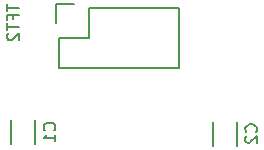
<source format=gbr>
G04 #@! TF.FileFunction,Legend,Bot*
%FSLAX46Y46*%
G04 Gerber Fmt 4.6, Leading zero omitted, Abs format (unit mm)*
G04 Created by KiCad (PCBNEW 4.0.2-stable) date 10.07.2016 15:03:55*
%MOMM*%
G01*
G04 APERTURE LIST*
%ADD10C,0.100000*%
%ADD11C,0.150000*%
G04 APERTURE END LIST*
D10*
D11*
X143328500Y-98822000D02*
X143328500Y-100822000D01*
X141278500Y-100822000D02*
X141278500Y-98822000D01*
X160410000Y-98949000D02*
X160410000Y-100949000D01*
X158360000Y-100949000D02*
X158360000Y-98949000D01*
X147891500Y-89281000D02*
X155511500Y-89281000D01*
X155511500Y-89281000D02*
X155511500Y-94361000D01*
X155511500Y-94361000D02*
X145351500Y-94361000D01*
X145351500Y-94361000D02*
X145351500Y-91821000D01*
X145071500Y-90551000D02*
X145071500Y-89001000D01*
X145351500Y-91821000D02*
X147891500Y-91821000D01*
X147891500Y-91821000D02*
X147891500Y-89281000D01*
X145071500Y-89001000D02*
X146621500Y-89001000D01*
X144960643Y-99655334D02*
X145008262Y-99607715D01*
X145055881Y-99464858D01*
X145055881Y-99369620D01*
X145008262Y-99226762D01*
X144913024Y-99131524D01*
X144817786Y-99083905D01*
X144627310Y-99036286D01*
X144484452Y-99036286D01*
X144293976Y-99083905D01*
X144198738Y-99131524D01*
X144103500Y-99226762D01*
X144055881Y-99369620D01*
X144055881Y-99464858D01*
X144103500Y-99607715D01*
X144151119Y-99655334D01*
X145055881Y-100607715D02*
X145055881Y-100036286D01*
X145055881Y-100322000D02*
X144055881Y-100322000D01*
X144198738Y-100226762D01*
X144293976Y-100131524D01*
X144341595Y-100036286D01*
X162042143Y-99782334D02*
X162089762Y-99734715D01*
X162137381Y-99591858D01*
X162137381Y-99496620D01*
X162089762Y-99353762D01*
X161994524Y-99258524D01*
X161899286Y-99210905D01*
X161708810Y-99163286D01*
X161565952Y-99163286D01*
X161375476Y-99210905D01*
X161280238Y-99258524D01*
X161185000Y-99353762D01*
X161137381Y-99496620D01*
X161137381Y-99591858D01*
X161185000Y-99734715D01*
X161232619Y-99782334D01*
X161232619Y-100163286D02*
X161185000Y-100210905D01*
X161137381Y-100306143D01*
X161137381Y-100544239D01*
X161185000Y-100639477D01*
X161232619Y-100687096D01*
X161327857Y-100734715D01*
X161423095Y-100734715D01*
X161565952Y-100687096D01*
X162137381Y-100115667D01*
X162137381Y-100734715D01*
X140973881Y-88979571D02*
X140973881Y-89551000D01*
X141973881Y-89265285D02*
X140973881Y-89265285D01*
X141450071Y-90217667D02*
X141450071Y-89884333D01*
X141973881Y-89884333D02*
X140973881Y-89884333D01*
X140973881Y-90360524D01*
X140973881Y-90598619D02*
X140973881Y-91170048D01*
X141973881Y-90884333D02*
X140973881Y-90884333D01*
X141069119Y-91455762D02*
X141021500Y-91503381D01*
X140973881Y-91598619D01*
X140973881Y-91836715D01*
X141021500Y-91931953D01*
X141069119Y-91979572D01*
X141164357Y-92027191D01*
X141259595Y-92027191D01*
X141402452Y-91979572D01*
X141973881Y-91408143D01*
X141973881Y-92027191D01*
M02*

</source>
